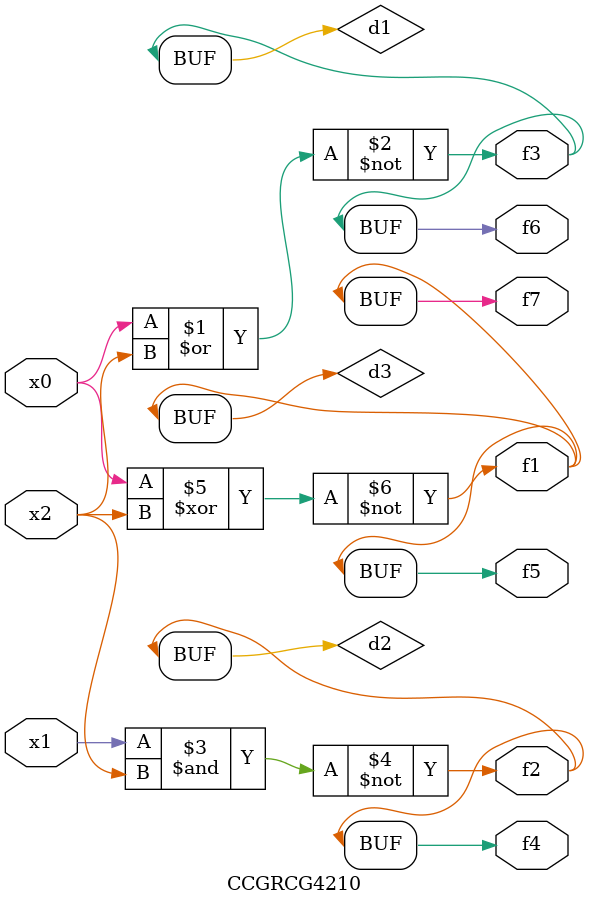
<source format=v>
module CCGRCG4210(
	input x0, x1, x2,
	output f1, f2, f3, f4, f5, f6, f7
);

	wire d1, d2, d3;

	nor (d1, x0, x2);
	nand (d2, x1, x2);
	xnor (d3, x0, x2);
	assign f1 = d3;
	assign f2 = d2;
	assign f3 = d1;
	assign f4 = d2;
	assign f5 = d3;
	assign f6 = d1;
	assign f7 = d3;
endmodule

</source>
